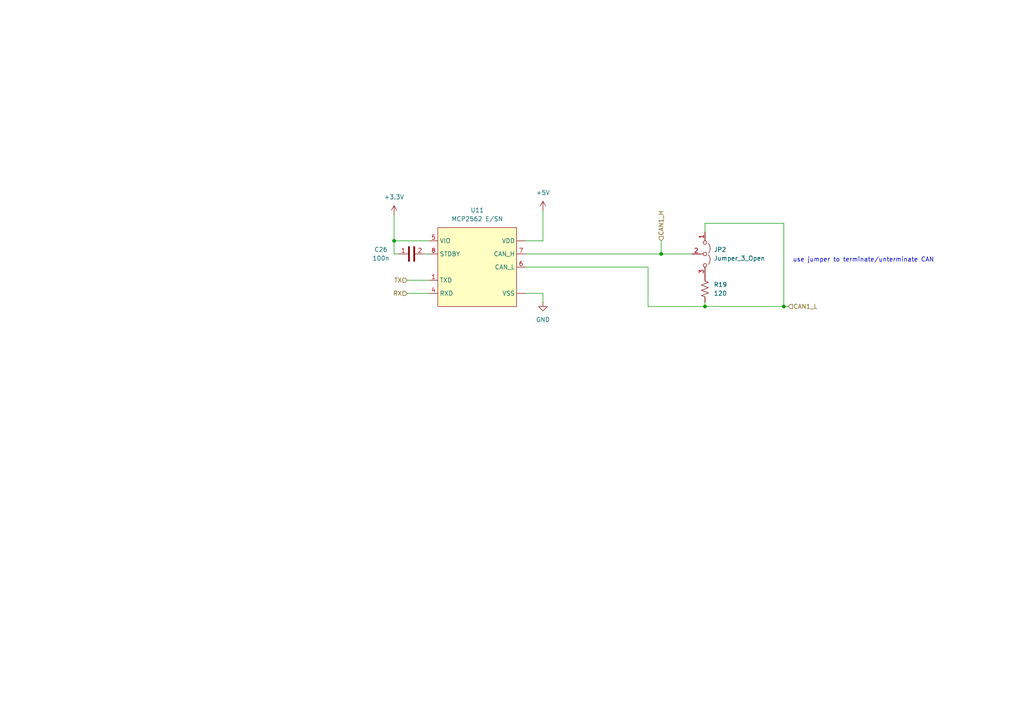
<source format=kicad_sch>
(kicad_sch (version 20250114) (generator "eeschema") (generator_version "9.0")
  (paper "A4")
  (lib_symbols
    (symbol "BFR Capacitors:06035C104KAT2A"
      (property "Reference" "C" (at 0 2.54 0))
      (property "Value" "100n" (at 1.27 2.54 0))
      (symbol "06035C104KAT2A_0_1"
        (polyline (pts (xy -2.032 0.762) (xy 2.032 0.762)) (stroke (width 0.508)))
        (polyline (pts (xy -2.032 -0.762) (xy 2.032 -0.762)) (stroke (width 0.508)))
      )
      (symbol "06035C104KAT2A_1_1"
        (pin passive line (at 0 3.81 270) (length 2.794) (name "~") (number "1"))
        (pin passive line (at 0 -3.81 90) (length 2.794) (name "~") (number "2"))
      )
    )
    (symbol "BFR Resistors:RMCF0603FT120R" (pin_numbers (hide yes))
      (property "Reference" "R" (at 0 2.54 0))
      (property "Value" "120" (at 1.27 2.54 0))
      (symbol "RMCF0603FT120R_0_1"
        (polyline (pts (xy -2.286 0) (xy -2.54 0)))
        (polyline (pts (xy -2.286 0) (xy -1.905 1.016) (xy -1.524 0) (xy -1.143 -1.016) (xy -0.762 0)))
        (polyline (pts (xy -0.762 0) (xy -0.381 1.016) (xy 0 0) (xy 0.381 -1.016) (xy 0.762 0)))
        (polyline (pts (xy 0.762 0) (xy 1.143 1.016) (xy 1.524 0) (xy 1.905 -1.016) (xy 2.286 0)))
        (polyline (pts (xy 2.286 0) (xy 2.54 0)))
      )
      (symbol "RMCF0603FT120R_1_1"
        (pin passive line (at -3.81 0 0) (length 1.27) (name "~") (number "1"))
        (pin passive line (at 3.81 0 180) (length 1.27) (name "~") (number "2"))
      )
    )
    (symbol "Jumper:Jumper_3_Open" (pin_names (offset 0) (hide yes)) (in_bom no)
      (property "Reference" "JP" (at -2.54 -2.54 0))
      (property "Value" "Jumper_3_Open" (at 0 2.794 0))
      (symbol "Jumper_3_Open_0_0"
        (circle (center -3.302 0) (radius 0.508))
        (circle (center 0 0) (radius 0.508))
        (circle (center 3.302 0) (radius 0.508))
      )
      (symbol "Jumper_3_Open_0_1"
        (arc (start -3.048 1.016) (mid -1.651 1.4992) (end -0.254 1.016))
        (polyline (pts (xy 0 -0.508) (xy 0 -1.27)))
        (arc (start 0.254 1.016) (mid 1.651 1.4992) (end 3.048 1.016))
      )
      (symbol "Jumper_3_Open_1_1"
        (pin passive line (at -6.35 0 0) (length 2.54) (name "A") (number "1"))
        (pin passive line (at 0 -3.81 90) (length 2.54) (name "C") (number "2"))
        (pin passive line (at 6.35 0 180) (length 2.54) (name "B") (number "3"))
      )
    )
    (symbol "MCP2562-CAN_Transceiver:MCP2562-E/SN"
      (property "Reference" "U" (at 0 0 0))
      (property "Value" "MCP2562 E/SN" (at 0.254 -2.032 0))
      (symbol "MCP2562-E/SN_1_1"
        (rectangle (start -11.43 -3.81) (end 11.43 -26.67) (fill (type color) (color 255 255 195 1)))
        (pin input line (at -13.97 -7.62 0) (length 2.54) (name "VIO") (number "5"))
        (pin input line (at -13.97 -11.43 0) (length 2.54) (name "STDBY") (number "8"))
        (pin input line (at -13.97 -19.05 0) (length 2.54) (name "TXD") (number "1"))
        (pin input line (at -13.97 -22.86 0) (length 2.54) (name "RXD") (number "4"))
        (pin input line (at 13.97 -7.62 180) (length 2.54) (name "VDD") (number ""))
        (pin input line (at 13.97 -11.43 180) (length 2.54) (name "CAN_H") (number "7"))
        (pin input line (at 13.97 -15.24 180) (length 2.54) (name "CAN_L") (number "6"))
        (pin input line (at 13.97 -22.86 180) (length 2.54) (name "VSS") (number ""))
      )
    )
    (symbol "power:+3.3V" (power) (pin_numbers (hide yes)) (pin_names (offset 0) (hide yes))
      (property "Value" "+3.3V" (at 0 3.556 0))
      (symbol "+3.3V_0_1"
        (polyline (pts (xy -0.762 1.27) (xy 0 2.54)))
        (polyline (pts (xy 0 2.54) (xy 0.762 1.27)))
        (polyline (pts (xy 0 0) (xy 0 2.54)))
      )
      (symbol "+3.3V_1_1"
        (pin power_in line (at 0 0 90) (length 0) (name "~") (number "1"))
      )
    )
    (symbol "power:+5V" (power) (pin_numbers (hide yes)) (pin_names (offset 0) (hide yes))
      (property "Value" "+5V" (at 0 3.556 0))
      (symbol "+5V_0_1"
        (polyline (pts (xy -0.762 1.27) (xy 0 2.54)))
        (polyline (pts (xy 0 2.54) (xy 0.762 1.27)))
        (polyline (pts (xy 0 0) (xy 0 2.54)))
      )
      (symbol "+5V_1_1"
        (pin power_in line (at 0 0 90) (length 0) (name "~") (number "1"))
      )
    )
    (symbol "power:GND" (power) (pin_numbers (hide yes)) (pin_names (offset 0) (hide yes))
      (property "Value" "GND" (at 0 -3.81 0))
      (symbol "GND_0_1"
        (polyline (pts (xy 0 0) (xy 0 -1.27) (xy 1.27 -1.27) (xy 0 -2.54) (xy -1.27 -1.27) (xy 0 -1.27)))
      )
      (symbol "GND_1_1"
        (pin power_in line (at 0 0 270) (length 0) (name "~") (number "1"))
      )
    )
  )
  (text "use jumper to terminate/unterminate CAN\n" (at 250.444 75.438 0) (effects (font (size 1.27 1.27))))
  (junction (at 114.3 69.85))
  (junction (at 204.47 88.9))
  (junction (at 191.77 73.66))
  (junction (at 227.33 88.9))
  (wire (pts (xy 157.48 60.96) (xy 157.48 69.85)))
  (wire (pts (xy 187.96 88.9) (xy 204.47 88.9)))
  (wire (pts (xy 204.47 67.31) (xy 204.47 64.77)))
  (wire (pts (xy 115.57 73.66) (xy 114.3 73.66)))
  (wire (pts (xy 152.4 73.66) (xy 191.77 73.66)))
  (wire (pts (xy 118.11 81.28) (xy 124.46 81.28)))
  (wire (pts (xy 118.11 85.09) (xy 124.46 85.09)))
  (wire (pts (xy 157.48 69.85) (xy 152.4 69.85)))
  (wire (pts (xy 204.47 87.63) (xy 204.47 88.9)))
  (wire (pts (xy 114.3 62.23) (xy 114.3 69.85)))
  (wire (pts (xy 227.33 88.9) (xy 228.6 88.9)))
  (wire (pts (xy 187.96 88.9) (xy 187.96 77.47)))
  (wire (pts (xy 152.4 85.09) (xy 157.48 85.09)))
  (wire (pts (xy 204.47 64.77) (xy 227.33 64.77)))
  (wire (pts (xy 204.47 88.9) (xy 227.33 88.9)))
  (wire (pts (xy 191.77 73.66) (xy 200.66 73.66)))
  (wire (pts (xy 114.3 69.85) (xy 124.46 69.85)))
  (wire (pts (xy 157.48 85.09) (xy 157.48 87.63)))
  (wire (pts (xy 114.3 73.66) (xy 114.3 69.85)))
  (wire (pts (xy 191.77 69.85) (xy 191.77 73.66)))
  (wire (pts (xy 152.4 77.47) (xy 187.96 77.47)))
  (wire (pts (xy 227.33 64.77) (xy 227.33 88.9)))
  (wire (pts (xy 123.19 73.66) (xy 124.46 73.66)))
  (hierarchical_label "CAN1_L" (shape input) (at 228.6 88.9 0))
  (hierarchical_label "CAN1_H" (shape input) (at 191.77 69.85 90))
  (hierarchical_label "RX" (shape input) (at 118.11 85.09 180))
  (hierarchical_label "TX" (shape input) (at 118.11 81.28 180))
  (symbol (lib_id "power:+3.3V") (at 114.3 62.23 0) (unit 1)
    (property "Reference" "#PWR046" (effects (hide yes)))
    (property "Value" "+3.3V" (at 114.3 57.15 0))
    (property "Description" "Power symbol creates a global label with name \"+3.3V\"" (effects (hide yes)))
  )
  (symbol (lib_id "power:+5V") (at 157.48 60.96 0) (unit 1)
    (property "Reference" "#PWR047" (effects (hide yes)))
    (property "Value" "+5V" (at 157.48 55.88 0))
    (property "Description" "Power symbol creates a global label with name \"+5V\"" (effects (hide yes)))
  )
  (symbol (lib_id "BFR Resistors:RMCF0603FT120R") (at 204.47 83.82 90) (unit 1)
    (property "Reference" "R19" (at 207.01 82.5499 90) (effects (justify right)))
    (property "Value" "120" (at 207.01 85.0899 90) (effects (justify right)))
    (property "Footprint" "Resistor_SMD:R_0603_1608Metric_Pad0.98x0.95mm_HandSolder" (effects (hide yes)))
    (property "Datasheet" "https://www.seielect.com/catalog/sei-rmcf_rmcp.pdf" (effects (hide yes)))
    (property "Description" "120Ω 0603 JLCPCB Basic Resistor" (effects (hide yes)))
    (property "Sim.Device" "SUBCKT" (effects (hide yes)))
    (property "Sim.Pins" "1=P1 2=P2" (effects (hide yes)))
    (property "Sim.Library" "${BFRUH_DIR}/Electronics/spice_models/bfr_resistors/RMCF0603FT120R.lib" (effects (hide yes)))
    (property "Sim.Name" "RMCF0603FT120R" (effects (hide yes)))
    (property "Pretty Name" "120Ω 0603 Resistor" (effects (hide yes)))
    (property "Order From" "LCSC" (effects (hide yes)))
    (property "Digikey P/N" "RMCF0603FT120RCT-ND" (effects (hide yes)))
    (property "Mouser P/N" "708-RMCF0603FT120R" (effects (hide yes)))
    (property "LCSC P/N" "C22787" (effects (hide yes)))
    (property "JLCPCB Basic Part" "Yes" (effects (hide yes)))
    (property "Created by" "resistor_generator.py script using e24_resistor_bible_spec.txt" (effects (hide yes)))
  )
  (symbol (lib_id "MCP2562-CAN_Transceiver:MCP2562-E/SN") (at 138.43 62.23 0) (unit 1)
    (property "Reference" "U11" (at 138.43 60.96 0))
    (property "Value" "MCP2562 E/SN" (at 138.43 63.5 0))
    (property "Datasheet" "https://www.mouser.com/datasheet/2/268/20005167C-3443186.pdf" (effects (hide yes)))
    (property "Mouser P/N" "579-MCP2562-E/SN " (effects (hide yes)))
    (property "LCSC P/N" "C53609" (effects (hide yes)))
  )
  (symbol (lib_id "power:GND") (at 157.48 87.63 0) (unit 1)
    (property "Reference" "#PWR048" (effects (hide yes)))
    (property "Value" "GND" (at 157.48 92.71 0))
    (property "Description" "Power symbol creates a global label with name \"GND\" , ground" (effects (hide yes)))
  )
  (symbol (lib_id "Jumper:Jumper_3_Open") (at 204.47 73.66 270) (unit 1) (in_bom no)
    (property "Reference" "JP2" (at 207.01 72.3899 90) (effects (justify left)))
    (property "Value" "Jumper_3_Open" (at 207.01 74.9299 90) (effects (justify left)))
    (property "Description" "Jumper, 3-pole, both open" (effects (hide yes)))
  )
  (symbol (lib_id "BFR Capacitors:06035C104KAT2A") (at 119.38 73.66 90) (unit 1)
    (property "Reference" "C26" (at 110.49 72.39 90))
    (property "Value" "100n" (at 110.49 74.93 90))
    (property "Footprint" "Capacitor_SMD:C_0603_1608Metric_Pad1.08x0.95mm_HandSolder" (effects (hide yes)))
    (property "Description" "100nF±10% X7R 16V JLCPCB Basic 0603 Capacitor" (effects (hide yes)))
    (property "Sim.Device" "SUBCKT" (effects (hide yes)))
    (property "Sim.Pins" "1=P1 2=P2" (effects (hide yes)))
    (property "Sim.Library" "${BFRUH_DIR}/Electronics/spice_models/bfr_capacitors/06035C104KAT2A.lib" (effects (hide yes)))
    (property "Sim.Name" "06035C104KAT2A" (effects (hide yes)))
    (property "Pretty Name" "100nF 16V 0603 Capacitor" (effects (hide yes)))
    (property "Order From" "LCSC" (effects (hide yes)))
    (property "Digikey P/N" "478-KGM15BR71H104KTCT-ND" (effects (hide yes)))
    (property "Mouser P/N" "581-06035C104KAT2A" (effects (hide yes)))
    (property "LCSC P/N" "C14663" (effects (hide yes)))
    (property "JLCPCB Basic Part" "Yes" (effects (hide yes)))
    (property "Created by" "capacitor_generator.py script using capacitor_bible_spec.txt" (effects (hide yes)))
  )
)
</source>
